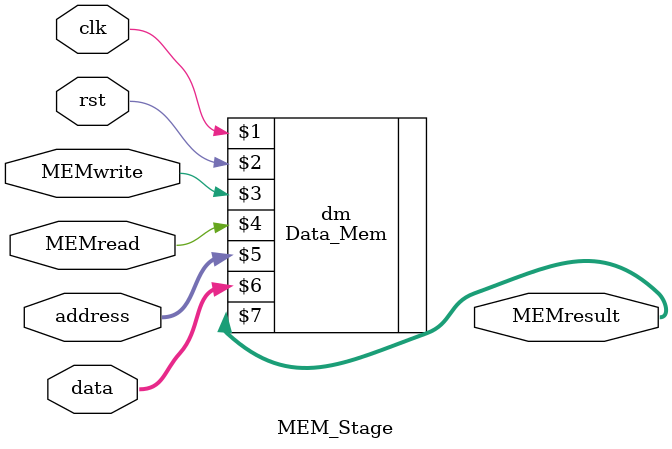
<source format=v>
module MEM_Stage(input clk,rst,MEMread,MEMwrite,
                input [31:0] address,data,
                output [31:0] MEMresult);
  
  Data_Mem dm(clk,rst,MEMwrite,MEMread,address,data,MEMresult);
  
endmodule
</source>
